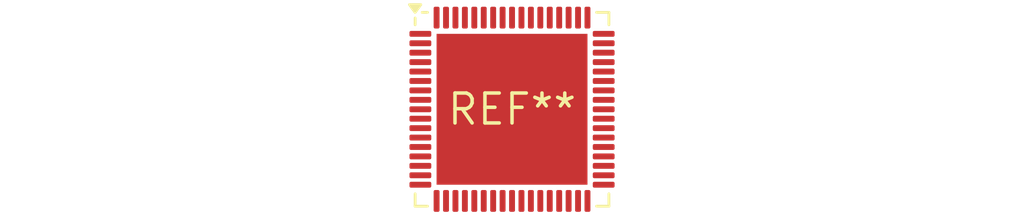
<source format=kicad_pcb>
(kicad_pcb (version 20240108) (generator pcbnew)
  (layers (0 "F.Cu" signal) (31 "B.Cu" signal) (34 "B.Paste" user) (35 "F.Paste" user) (36 "B.SilkS" user "B.Silkscreen") (37 "F.SilkS" user "F.Silkscreen") (38 "B.Mask" user) (39 "F.Mask" user) (44 "Edge.Cuts" user))
  (net 0 "")
  (footprint "QFN-68-1EP_8x8mm_P0.4mm_EP6.4x6.4mm" (layer "F.Cu") (at 0 0)
    (property "Reference" "REF**")
    (property "Value" "QFN-68-1EP_8x8mm_P0.4mm_EP6.4x6.4mm")
    (fp_line (start -4.11 -3.585) (end -4.11 -3.87) (layer "F.SilkS") (stroke (width 0.12)))
    (fp_line (start -4.11 4.11) (end -4.11 3.585) (layer "F.SilkS") (stroke (width 0.12)))
    (fp_line (start -3.585 -4.11) (end -3.81 -4.11) (layer "F.SilkS") (stroke (width 0.12)))
    (fp_line (start -3.585 4.11) (end -4.11 4.11) (layer "F.SilkS") (stroke (width 0.12)))
    (fp_line (start 3.585 -4.11) (end 4.11 -4.11) (layer "F.SilkS") (stroke (width 0.12)))
    (fp_line (start 3.585 4.11) (end 4.11 4.11) (layer "F.SilkS") (stroke (width 0.12)))
    (fp_line (start 4.11 -4.11) (end 4.11 -3.585) (layer "F.SilkS") (stroke (width 0.12)))
    (fp_line (start 4.11 4.11) (end 4.11 3.585) (layer "F.SilkS") (stroke (width 0.12)))
    (fp_poly (pts (xy -4.11 -4.11) (xy -4.35 -4.44) (xy -3.87 -4.44) (xy -4.11 -4.11)) (layer "F.SilkS") (stroke (width 0.12)) (fill solid))
    (pad "1" smd roundrect (at -3.8875 -3.2) (size 0.925 0.25) (layers "F.Cu" "F.Paste" "F.Mask"))
    (pad "2" smd roundrect (at -3.8875 -2.8) (size 0.925 0.25) (layers "F.Cu" "F.Paste" "F.Mask"))
    (pad "3" smd roundrect (at -3.8875 -2.4) (size 0.925 0.25) (layers "F.Cu" "F.Paste" "F.Mask"))
    (pad "4" smd roundrect (at -3.8875 -2) (size 0.925 0.25) (layers "F.Cu" "F.Paste" "F.Mask"))
    (pad "5" smd roundrect (at -3.8875 -1.6) (size 0.925 0.25) (layers "F.Cu" "F.Paste" "F.Mask"))
    (pad "6" smd roundrect (at -3.8875 -1.2) (size 0.925 0.25) (layers "F.Cu" "F.Paste" "F.Mask"))
    (pad "7" smd roundrect (at -3.8875 -0.8) (size 0.925 0.25) (layers "F.Cu" "F.Paste" "F.Mask"))
    (pad "8" smd roundrect (at -3.8875 -0.4) (size 0.925 0.25) (layers "F.Cu" "F.Paste" "F.Mask"))
    (pad "9" smd roundrect (at -3.8875 0) (size 0.925 0.25) (layers "F.Cu" "F.Paste" "F.Mask"))
    (pad "10" smd roundrect (at -3.8875 0.4) (size 0.925 0.25) (layers "F.Cu" "F.Paste" "F.Mask"))
    (pad "11" smd roundrect (at -3.8875 0.8) (size 0.925 0.25) (layers "F.Cu" "F.Paste" "F.Mask"))
    (pad "12" smd roundrect (at -3.8875 1.2) (size 0.925 0.25) (layers "F.Cu" "F.Paste" "F.Mask"))
    (pad "13" smd roundrect (at -3.8875 1.6) (size 0.925 0.25) (layers "F.Cu" "F.Paste" "F.Mask"))
    (pad "14" smd roundrect (at -3.8875 2) (size 0.925 0.25) (layers "F.Cu" "F.Paste" "F.Mask"))
    (pad "15" smd roundrect (at -3.8875 2.4) (size 0.925 0.25) (layers "F.Cu" "F.Paste" "F.Mask"))
    (pad "16" smd roundrect (at -3.8875 2.8) (size 0.925 0.25) (layers "F.Cu" "F.Paste" "F.Mask"))
    (pad "17" smd roundrect (at -3.8875 3.2) (size 0.925 0.25) (layers "F.Cu" "F.Paste" "F.Mask"))
    (pad "18" smd roundrect (at -3.2 3.8875) (size 0.25 0.925) (layers "F.Cu" "F.Paste" "F.Mask"))
    (pad "19" smd roundrect (at -2.8 3.8875) (size 0.25 0.925) (layers "F.Cu" "F.Paste" "F.Mask"))
    (pad "20" smd roundrect (at -2.4 3.8875) (size 0.25 0.925) (layers "F.Cu" "F.Paste" "F.Mask"))
    (pad "21" smd roundrect (at -2 3.8875) (size 0.25 0.925) (layers "F.Cu" "F.Paste" "F.Mask"))
    (pad "22" smd roundrect (at -1.6 3.8875) (size 0.25 0.925) (layers "F.Cu" "F.Paste" "F.Mask"))
    (pad "23" smd roundrect (at -1.2 3.8875) (size 0.25 0.925) (layers "F.Cu" "F.Paste" "F.Mask"))
    (pad "24" smd roundrect (at -0.8 3.8875) (size 0.25 0.925) (layers "F.Cu" "F.Paste" "F.Mask"))
    (pad "25" smd roundrect (at -0.4 3.8875) (size 0.25 0.925) (layers "F.Cu" "F.Paste" "F.Mask"))
    (pad "26" smd roundrect (at 0 3.8875) (size 0.25 0.925) (layers "F.Cu" "F.Paste" "F.Mask"))
    (pad "27" smd roundrect (at 0.4 3.8875) (size 0.25 0.925) (layers "F.Cu" "F.Paste" "F.Mask"))
    (pad "28" smd roundrect (at 0.8 3.8875) (size 0.25 0.925) (layers "F.Cu" "F.Paste" "F.Mask"))
    (pad "29" smd roundrect (at 1.2 3.8875) (size 0.25 0.925) (layers "F.Cu" "F.Paste" "F.Mask"))
    (pad "30" smd roundrect (at 1.6 3.8875) (size 0.25 0.925) (layers "F.Cu" "F.Paste" "F.Mask"))
    (pad "31" smd roundrect (at 2 3.8875) (size 0.25 0.925) (layers "F.Cu" "F.Paste" "F.Mask"))
    (pad "32" smd roundrect (at 2.4 3.8875) (size 0.25 0.925) (layers "F.Cu" "F.Paste" "F.Mask"))
    (pad "33" smd roundrect (at 2.8 3.8875) (size 0.25 0.925) (layers "F.Cu" "F.Paste" "F.Mask"))
    (pad "34" smd roundrect (at 3.2 3.8875) (size 0.25 0.925) (layers "F.Cu" "F.Paste" "F.Mask"))
    (pad "35" smd roundrect (at 3.8875 3.2) (size 0.925 0.25) (layers "F.Cu" "F.Paste" "F.Mask"))
    (pad "36" smd roundrect (at 3.8875 2.8) (size 0.925 0.25) (layers "F.Cu" "F.Paste" "F.Mask"))
    (pad "37" smd roundrect (at 3.8875 2.4) (size 0.925 0.25) (layers "F.Cu" "F.Paste" "F.Mask"))
    (pad "38" smd roundrect (at 3.8875 2) (size 0.925 0.25) (layers "F.Cu" "F.Paste" "F.Mask"))
    (pad "39" smd roundrect (at 3.8875 1.6) (size 0.925 0.25) (layers "F.Cu" "F.Paste" "F.Mask"))
    (pad "40" smd roundrect (at 3.8875 1.2) (size 0.925 0.25) (layers "F.Cu" "F.Paste" "F.Mask"))
    (pad "41" smd roundrect (at 3.8875 0.8) (size 0.925 0.25) (layers "F.Cu" "F.Paste" "F.Mask"))
    (pad "42" smd roundrect (at 3.8875 0.4) (size 0.925 0.25) (layers "F.Cu" "F.Paste" "F.Mask"))
    (pad "43" smd roundrect (at 3.8875 0) (size 0.925 0.25) (layers "F.Cu" "F.Paste" "F.Mask"))
    (pad "44" smd roundrect (at 3.8875 -0.4) (size 0.925 0.25) (layers "F.Cu" "F.Paste" "F.Mask"))
    (pad "45" smd roundrect (at 3.8875 -0.8) (size 0.925 0.25) (layers "F.Cu" "F.Paste" "F.Mask"))
    (pad "46" smd roundrect (at 3.8875 -1.2) (size 0.925 0.25) (layers "F.Cu" "F.Paste" "F.Mask"))
    (pad "47" smd roundrect (at 3.8875 -1.6) (size 0.925 0.25) (layers "F.Cu" "F.Paste" "F.Mask"))
    (pad "48" smd roundrect (at 3.8875 -2) (size 0.925 0.25) (layers "F.Cu" "F.Paste" "F.Mask"))
    (pad "49" smd roundrect (at 3.8875 -2.4) (size 0.925 0.25) (layers "F.Cu" "F.Paste" "F.Mask"))
    (pad "50" smd roundrect (at 3.8875 -2.8) (size 0.925 0.25) (layers "F.Cu" "F.Paste" "F.Mask"))
    (pad "51" smd roundrect (at 3.8875 -3.2) (size 0.925 0.25) (layers "F.Cu" "F.Paste" "F.Mask"))
    (pad "52" smd roundrect (at 3.2 -3.8875) (size 0.25 0.925) (layers "F.Cu" "F.Paste" "F.Mask"))
    (pad "53" smd roundrect (at 2.8 -3.8875) (size 0.25 0.925) (layers "F.Cu" "F.Paste" "F.Mask"))
    (pad "54" smd roundrect (at 2.4 -3.8875) (size 0.25 0.925) (layers "F.Cu" "F.Paste" "F.Mask"))
    (pad "55" smd roundrect (at 2 -3.8875) (size 0.25 0.925) (layers "F.Cu" "F.Paste" "F.Mask"))
    (pad "56" smd roundrect (at 1.6 -3.8875) (size 0.25 0.925) (layers "F.Cu" "F.Paste" "F.Mask"))
    (pad "57" smd roundrect (at 1.2 -3.8875) (size 0.25 0.925) (layers "F.Cu" "F.Paste" "F.Mask"))
    (pad "58" smd roundrect (at 0.8 -3.8875) (size 0.25 0.925) (layers "F.Cu" "F.Paste" "F.Mask"))
    (pad "59" smd roundrect (at 0.4 -3.8875) (size 0.25 0.925) (layers "F.Cu" "F.Paste" "F.Mask"))
    (pad "60" smd roundrect (at 0 -3.8875) (size 0.25 0.925) (layers "F.Cu" "F.Paste" "F.Mask"))
    (pad "61" smd roundrect (at -0.4 -3.8875) (size 0.25 0.925) (layers "F.Cu" "F.Paste" "F.Mask"))
    (pad "62" smd roundrect (at -0.8 -3.8875) (size 0.25 0.925) (layers "F.Cu" "F.Paste" "F.Mask"))
    (pad "63" smd roundrect (at -1.2 -3.8875) (size 0.25 0.925) (layers "F.Cu" "F.Paste" "F.Mask"))
    (pad "64" smd roundrect (at -1.6 -3.8875) (size 0.25 0.925) (layers "F.Cu" "F.Paste" "F.Mask"))
    (pad "65" smd roundrect (at -2 -3.8875) (size 0.25 0.925) (layers "F.Cu" "F.Paste" "F.Mask"))
    (pad "66" smd roundrect (at -2.4 -3.8875) (size 0.25 0.925) (layers "F.Cu" "F.Paste" "F.Mask"))
    (pad "67" smd roundrect (at -2.8 -3.8875) (size 0.25 0.925) (layers "F.Cu" "F.Paste" "F.Mask"))
    (pad "68" smd roundrect (at -3.2 -3.8875) (size 0.25 0.925) (layers "F.Cu" "F.Paste" "F.Mask"))
    (pad "69" smd rect (at 0 0) (size 6.4 6.4) (property pad_prop_heatsink) (layers "F.Cu" "F.Mask"))
  )
)
</source>
